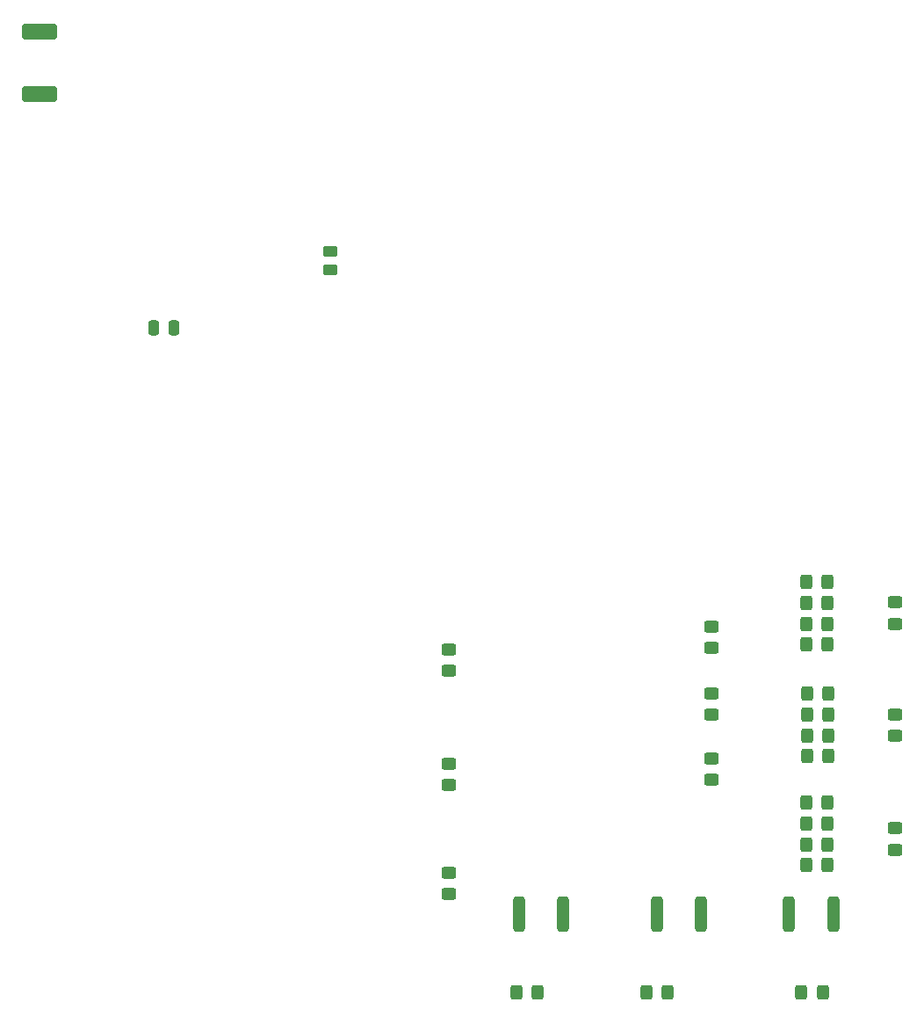
<source format=gbp>
G04 #@! TF.GenerationSoftware,KiCad,Pcbnew,8.0.6*
G04 #@! TF.CreationDate,2024-12-29T21:13:16+01:00*
G04 #@! TF.ProjectId,HomeAutomationESP32C2mini_2024_2,486f6d65-4175-4746-9f6d-6174696f6e45,rev?*
G04 #@! TF.SameCoordinates,Original*
G04 #@! TF.FileFunction,Paste,Bot*
G04 #@! TF.FilePolarity,Positive*
%FSLAX46Y46*%
G04 Gerber Fmt 4.6, Leading zero omitted, Abs format (unit mm)*
G04 Created by KiCad (PCBNEW 8.0.6) date 2024-12-29 21:13:16*
%MOMM*%
%LPD*%
G01*
G04 APERTURE LIST*
G04 Aperture macros list*
%AMRoundRect*
0 Rectangle with rounded corners*
0 $1 Rounding radius*
0 $2 $3 $4 $5 $6 $7 $8 $9 X,Y pos of 4 corners*
0 Add a 4 corners polygon primitive as box body*
4,1,4,$2,$3,$4,$5,$6,$7,$8,$9,$2,$3,0*
0 Add four circle primitives for the rounded corners*
1,1,$1+$1,$2,$3*
1,1,$1+$1,$4,$5*
1,1,$1+$1,$6,$7*
1,1,$1+$1,$8,$9*
0 Add four rect primitives between the rounded corners*
20,1,$1+$1,$2,$3,$4,$5,0*
20,1,$1+$1,$4,$5,$6,$7,0*
20,1,$1+$1,$6,$7,$8,$9,0*
20,1,$1+$1,$8,$9,$2,$3,0*%
G04 Aperture macros list end*
%ADD10RoundRect,0.250000X0.450000X-0.262500X0.450000X0.262500X-0.450000X0.262500X-0.450000X-0.262500X0*%
%ADD11RoundRect,0.250000X0.450000X-0.325000X0.450000X0.325000X-0.450000X0.325000X-0.450000X-0.325000X0*%
%ADD12RoundRect,0.250000X-0.450000X0.325000X-0.450000X-0.325000X0.450000X-0.325000X0.450000X0.325000X0*%
%ADD13RoundRect,0.249999X1.425001X-0.512501X1.425001X0.512501X-1.425001X0.512501X-1.425001X-0.512501X0*%
%ADD14RoundRect,0.250000X-0.325000X-0.450000X0.325000X-0.450000X0.325000X0.450000X-0.325000X0.450000X0*%
%ADD15RoundRect,0.250000X-0.312500X-1.450000X0.312500X-1.450000X0.312500X1.450000X-0.312500X1.450000X0*%
%ADD16RoundRect,0.250000X-0.250000X-0.475000X0.250000X-0.475000X0.250000X0.475000X-0.250000X0.475000X0*%
%ADD17RoundRect,0.250000X0.325000X0.450000X-0.325000X0.450000X-0.325000X-0.450000X0.325000X-0.450000X0*%
G04 APERTURE END LIST*
D10*
X83000000Y-78912500D03*
X83000000Y-77087500D03*
D11*
X119750000Y-128050000D03*
X119750000Y-126000000D03*
D12*
X119750000Y-119725000D03*
X119750000Y-121775000D03*
D11*
X119750000Y-115300000D03*
X119750000Y-113250000D03*
D13*
X55000000Y-61975000D03*
X55000000Y-56000000D03*
D14*
X128950000Y-115000000D03*
X131000000Y-115000000D03*
D12*
X137500000Y-110950000D03*
X137500000Y-113000000D03*
D15*
X114500000Y-141000000D03*
X118775000Y-141000000D03*
X101225000Y-141000000D03*
X105500000Y-141000000D03*
D12*
X137500000Y-121750000D03*
X137500000Y-123800000D03*
D14*
X128950000Y-113000000D03*
X131000000Y-113000000D03*
D12*
X94500000Y-115475000D03*
X94500000Y-117525000D03*
D14*
X128975000Y-119750000D03*
X131025000Y-119750000D03*
X128950000Y-136250000D03*
X131000000Y-136250000D03*
X128950000Y-109000000D03*
X131000000Y-109000000D03*
D11*
X94500000Y-128525000D03*
X94500000Y-126475000D03*
D14*
X128975000Y-121750000D03*
X131025000Y-121750000D03*
D15*
X127250000Y-141000000D03*
X131525000Y-141000000D03*
D14*
X128950000Y-134250000D03*
X131000000Y-134250000D03*
X129000000Y-123750000D03*
X131050000Y-123750000D03*
D12*
X137500000Y-132700000D03*
X137500000Y-134750000D03*
D16*
X67950000Y-84500000D03*
X66050000Y-84500000D03*
D17*
X130500000Y-148500000D03*
X128450000Y-148500000D03*
D14*
X128900000Y-111000000D03*
X130950000Y-111000000D03*
X128975000Y-125750000D03*
X131025000Y-125750000D03*
D11*
X94500000Y-139000000D03*
X94500000Y-136950000D03*
D14*
X128950000Y-130250000D03*
X131000000Y-130250000D03*
X100950000Y-148500000D03*
X103000000Y-148500000D03*
X128950000Y-132250000D03*
X131000000Y-132250000D03*
X113500000Y-148500000D03*
X115550000Y-148500000D03*
M02*

</source>
